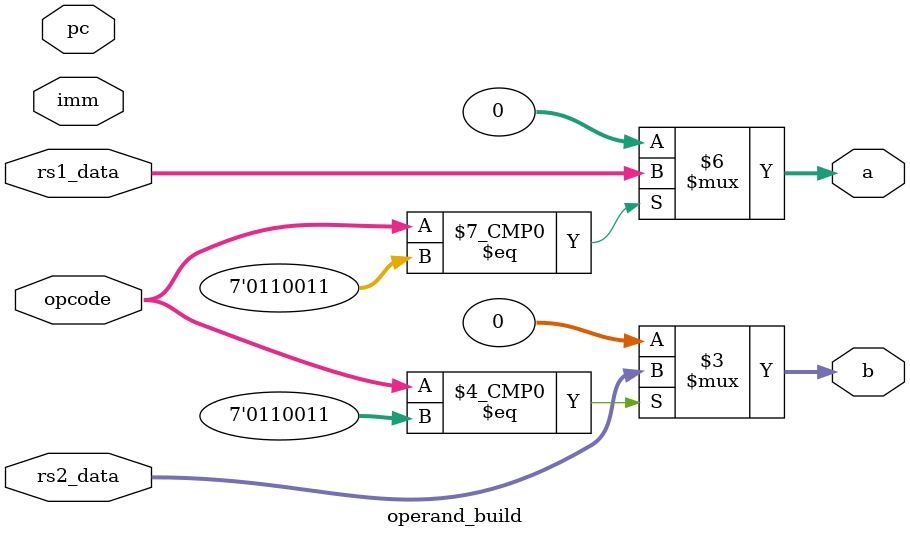
<source format=v>
module operand_build(
	input wire [31:0] rs1_data,
	input wire [31:0] rs2_data,
	
	input wire [31:0] pc,
	input wire [31:0] imm,
	
	input wire [6:0] opcode,
	
	output reg [31:0] a,
	output reg [31:0] b

);

/*
OPDCODES
*/
localparam OP = 6'b0110011;
localparam LOAD = 6'b0000011;
localparam STORE = 6'b0100011;


always @(
	opcode,
	rs1_data,
	rs2_data,
	pc,
	imm
)
begin
	case (opcode)
		OP: begin
			a = rs1_data;
			b = rs2_data;
		end
		default: begin
			a = 32'd0;
			b = 32'd0;
		end
	endcase
end


endmodule
</source>
